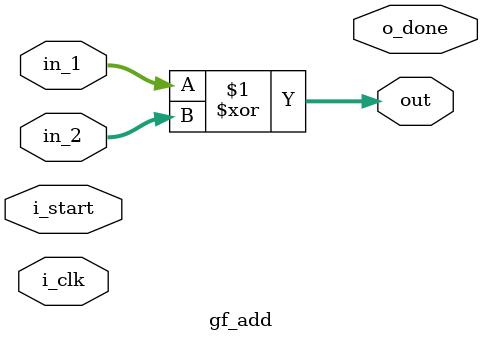
<source format=v>
`timescale 1ns / 1ps
/*
 *
 *
Copyright (C) 2023
Author: Sanjay Deshpande
 *
This program is free software; you can redistribute it and/or modify
it under the terms of the GNU General Public License as published by
the Free Software Foundation; either version 3 of the License, or
(at your option) any later version.
 *
This program is distributed in the hope that it will be useful,
but WITHOUT ANY WARRANTY; without even the implied warranty of
MERCHANTABILITY or FITNESS FOR A PARTICULAR PURPOSE.  See the
GNU General Public License for more details.
 *
You should have received a copy of the GNU General Public License
along with this program; if not, write to the Free Software Foundation,
Inc., 51 Franklin Street, Fifth Floor, Boston, MA 02110-1301  USA


 *
*/
module gf_add
#(
//    parameter REG_IN = 1,
//    parameter REG_OUT = 1
)
(
    input i_clk, // for potential regs we may add later
    input i_start,
    input [7:0] in_1,
    input [7:0] in_2,
    output [7:0] out,
    output o_done
    );
  
assign out = in_1 ^ in_2;
 
endmodule


</source>
